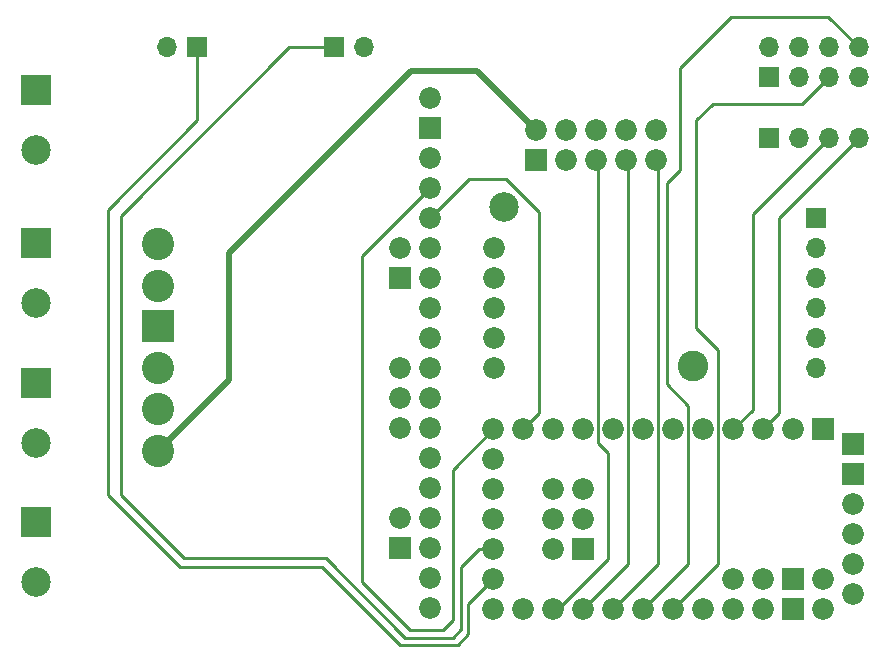
<source format=gbr>
%TF.GenerationSoftware,KiCad,Pcbnew,(6.0.0-0)*%
%TF.CreationDate,2022-03-11T16:39:32-05:00*%
%TF.ProjectId,Lifter-Board-Redone,4c696674-6572-42d4-926f-6172642d5265,rev?*%
%TF.SameCoordinates,Original*%
%TF.FileFunction,Copper,L2,Inr*%
%TF.FilePolarity,Positive*%
%FSLAX46Y46*%
G04 Gerber Fmt 4.6, Leading zero omitted, Abs format (unit mm)*
G04 Created by KiCad (PCBNEW (6.0.0-0)) date 2022-03-11 16:39:32*
%MOMM*%
%LPD*%
G01*
G04 APERTURE LIST*
%TA.AperFunction,ComponentPad*%
%ADD10R,2.500000X2.500000*%
%TD*%
%TA.AperFunction,ComponentPad*%
%ADD11C,2.500000*%
%TD*%
%TA.AperFunction,ComponentPad*%
%ADD12C,1.836000*%
%TD*%
%TA.AperFunction,ComponentPad*%
%ADD13C,2.600000*%
%TD*%
%TA.AperFunction,ComponentPad*%
%ADD14R,1.700000X1.700000*%
%TD*%
%TA.AperFunction,ComponentPad*%
%ADD15O,1.700000X1.700000*%
%TD*%
%TA.AperFunction,ComponentPad*%
%ADD16R,1.836000X1.836000*%
%TD*%
%TA.AperFunction,ComponentPad*%
%ADD17C,2.736000*%
%TD*%
%TA.AperFunction,ComponentPad*%
%ADD18R,2.736000X2.736000*%
%TD*%
%TA.AperFunction,Conductor*%
%ADD19C,0.250000*%
%TD*%
%TA.AperFunction,Conductor*%
%ADD20C,0.500000*%
%TD*%
G04 APERTURE END LIST*
D10*
%TO.N,GND*%
%TO.C,J2*%
X88000000Y-60650000D03*
D11*
%TO.N,5V*%
X88000000Y-65730000D03*
%TD*%
D10*
%TO.N,GND*%
%TO.C,J1*%
X88000000Y-47700000D03*
D11*
%TO.N,12V*%
X88000000Y-52780000D03*
%TD*%
D12*
%TO.N,unconnected-(U1-PadEN)*%
%TO.C,U1*%
X126770000Y-61080000D03*
%TO.N,GND*%
X126770000Y-66160000D03*
X126770000Y-68700000D03*
D11*
%TO.N,N/C*%
X127600000Y-57550000D03*
D13*
X143600000Y-71050000D03*
D12*
%TO.N,12V*%
X126770000Y-63620000D03*
%TO.N,5V*%
X126770000Y-71240000D03*
%TD*%
D14*
%TO.N,LFT_BOT*%
%TO.C,J7*%
X113215000Y-44030000D03*
D15*
%TO.N,GND*%
X115755000Y-44030000D03*
%TD*%
D12*
%TO.N,LFT_ENA*%
%TO.C,J$1*%
X144490000Y-76370000D03*
%TO.N,RTR_ENA*%
X141950000Y-76370000D03*
%TO.N,LFT_ENB*%
X139410000Y-76370000D03*
%TO.N,RTR_ENB*%
X136870000Y-76370000D03*
%TO.N,RTR_LIMIT*%
X134330000Y-76370000D03*
%TO.N,M1PWM2*%
X131790000Y-76370000D03*
%TO.N,M1IN1*%
X129250000Y-76370000D03*
%TO.N,M1IN2*%
X126710000Y-76370000D03*
%TO.N,M2PWM2*%
X126710000Y-78910000D03*
%TO.N,M2IN1*%
X126710000Y-81450000D03*
%TO.N,M2IN2*%
X126710000Y-83990000D03*
%TO.N,MOTOR_EN*%
X126710000Y-91610000D03*
%TO.N,M1FB*%
X129250000Y-91610000D03*
%TO.N,LKIT_A*%
X131790000Y-91610000D03*
%TO.N,LKIT_B*%
X134330000Y-91610000D03*
%TO.N,LKIT_C*%
X136870000Y-91610000D03*
%TO.N,SDA*%
X139410000Y-91610000D03*
%TO.N,SCL*%
X141950000Y-91610000D03*
%TO.N,M2FB*%
X144490000Y-91610000D03*
%TO.N,M1SF*%
X147030000Y-91610000D03*
%TO.N,LFT_BOT*%
X126710000Y-86530000D03*
%TO.N,LFT_TOP*%
X126710000Y-89070000D03*
%TO.N,unconnected-(J$1-PadAREF)*%
X147030000Y-89070000D03*
%TO.N,12V*%
X154650000Y-91610000D03*
%TO.N,unconnected-(J$1-PadDTR)*%
X157190000Y-90340000D03*
D16*
%TO.N,GND*%
X154650000Y-76370000D03*
%TO.N,unconnected-(J$1-PadGND1)*%
X157190000Y-80180000D03*
%TO.N,unconnected-(J$1-PadGND2)*%
X157190000Y-77640000D03*
%TO.N,unconnected-(J$1-PadGND3)*%
X152110000Y-89070000D03*
%TO.N,GND*%
X152110000Y-91610000D03*
%TO.N,unconnected-(J$1-PadGND5)*%
X134330000Y-86530000D03*
D12*
%TO.N,unconnected-(J$1-PadMISO)*%
X131790000Y-81450000D03*
%TO.N,unconnected-(J$1-PadMOSI)*%
X134330000Y-83990000D03*
%TO.N,unconnected-(J$1-PadRESET1)*%
X152110000Y-76370000D03*
%TO.N,unconnected-(J$1-PadRESET2)*%
X131790000Y-86530000D03*
%TO.N,RX*%
X149570000Y-76370000D03*
%TO.N,unconnected-(J$1-PadRXD0_1)*%
X157190000Y-85260000D03*
%TO.N,unconnected-(J$1-PadSCK)*%
X131790000Y-83990000D03*
%TO.N,TX*%
X147030000Y-76370000D03*
%TO.N,unconnected-(J$1-PadTXD0_1)*%
X157190000Y-87800000D03*
%TO.N,unconnected-(J$1-PadVCC1)*%
X149570000Y-89070000D03*
%TO.N,unconnected-(J$1-PadVCC2)*%
X149570000Y-91610000D03*
%TO.N,unconnected-(J$1-PadVCC3)*%
X134330000Y-81450000D03*
%TO.N,unconnected-(J$1-PadVCCIN)*%
X157190000Y-82720000D03*
%TO.N,unconnected-(J$1-PadVIN)*%
X154650000Y-89070000D03*
%TD*%
D14*
%TO.N,LFT_TOP*%
%TO.C,J8*%
X101675000Y-44030000D03*
D15*
%TO.N,GND*%
X99135000Y-44030000D03*
%TD*%
D14*
%TO.N,GND*%
%TO.C,J9*%
X150030000Y-51720000D03*
D15*
%TO.N,5V*%
X152570000Y-51720000D03*
%TO.N,TX*%
X155110000Y-51720000D03*
%TO.N,RX*%
X157650000Y-51720000D03*
%TD*%
D10*
%TO.N,GND*%
%TO.C,J4*%
X88000000Y-84270000D03*
D11*
%TO.N,5V*%
X88000000Y-89350000D03*
%TD*%
D14*
%TO.N,LFT_ENB*%
%TO.C,Lifter1*%
X154040000Y-58460000D03*
D15*
%TO.N,LFT_ENA*%
X154040000Y-61000000D03*
%TO.N,5V*%
X154040000Y-63540000D03*
%TO.N,GND*%
X154040000Y-66080000D03*
%TO.N,LMOT1*%
X154040000Y-68620000D03*
%TO.N,LMOT2*%
X154040000Y-71160000D03*
%TD*%
D14*
%TO.N,GND*%
%TO.C,J6*%
X150030000Y-46575000D03*
D15*
X150030000Y-44035000D03*
%TO.N,5V*%
X152570000Y-46575000D03*
X152570000Y-44035000D03*
%TO.N,SCL*%
X155110000Y-46575000D03*
X155110000Y-44035000D03*
%TO.N,SDA*%
X157650000Y-46575000D03*
X157650000Y-44035000D03*
%TD*%
D10*
%TO.N,GND*%
%TO.C,J3*%
X88000000Y-72460000D03*
D11*
%TO.N,5V*%
X88000000Y-77540000D03*
%TD*%
D16*
%TO.N,RMOT1*%
%TO.C,J5*%
X130333250Y-53563500D03*
D12*
%TO.N,RMOT2*%
X130333250Y-51023500D03*
%TO.N,GND*%
X132873250Y-53563500D03*
%TO.N,5V*%
X132873250Y-51023500D03*
%TO.N,LKIT_A*%
X135413250Y-53563500D03*
%TO.N,RTR_LIMIT*%
X135413250Y-51023500D03*
%TO.N,LKIT_B*%
X137953250Y-53563500D03*
%TO.N,RTR_ENA*%
X137953250Y-51023500D03*
%TO.N,LKIT_C*%
X140493250Y-53563500D03*
%TO.N,RTR_ENB*%
X140493250Y-51023500D03*
%TD*%
%TO.N,MOTOR_EN*%
%TO.C,U$1*%
X121370000Y-71226500D03*
D16*
%TO.N,GND*%
X121370000Y-50906500D03*
X118830000Y-86466500D03*
X118830000Y-63606500D03*
D12*
%TO.N,unconnected-(U$1-PadINV)*%
X121370000Y-76306500D03*
%TO.N,M1FB*%
X121370000Y-68686500D03*
%TO.N,M1IN1*%
X121370000Y-58526500D03*
%TO.N,M1IN2*%
X121370000Y-55986500D03*
D17*
%TO.N,LMOT1*%
X98332200Y-60736300D03*
%TO.N,LMOT2*%
X98332200Y-64241500D03*
D12*
%TO.N,GND*%
X121370000Y-63606500D03*
%TO.N,M1PWM2*%
X121370000Y-61066500D03*
%TO.N,M1SF*%
X121370000Y-66146500D03*
%TO.N,M2FB*%
X121370000Y-91546500D03*
%TO.N,M2IN1*%
X121370000Y-81386500D03*
%TO.N,M2IN2*%
X121370000Y-78846500D03*
D17*
%TO.N,RMOT1*%
X98332200Y-74706300D03*
%TO.N,RMOT2*%
X98332200Y-78211500D03*
D12*
%TO.N,GND*%
X121370000Y-86466500D03*
%TO.N,M2PWM2*%
X121370000Y-83926500D03*
%TO.N,unconnected-(U$1-PadM2SF)*%
X121370000Y-89006500D03*
D18*
%TO.N,GND*%
X98332200Y-67670500D03*
D17*
%TO.N,12V*%
X98332200Y-71175700D03*
D12*
%TO.N,unconnected-(U$1-PadSLEW)*%
X121370000Y-73766500D03*
%TO.N,5V*%
X121370000Y-53446500D03*
X118830000Y-83926500D03*
X118830000Y-76306500D03*
X118830000Y-73766500D03*
X118830000Y-71226500D03*
X118830000Y-61066500D03*
%TO.N,12V*%
X121370000Y-48366500D03*
%TD*%
D19*
%TO.N,M1IN1*%
X124706500Y-55190000D02*
X127790000Y-55190000D01*
X127790000Y-55190000D02*
X130610000Y-58010000D01*
X130610000Y-75010000D02*
X129250000Y-76370000D01*
X130610000Y-58010000D02*
X130610000Y-75010000D01*
X121370000Y-58526500D02*
X124706500Y-55190000D01*
%TO.N,M1IN2*%
X123270000Y-79810000D02*
X126710000Y-76370000D01*
X115610000Y-89310000D02*
X119670000Y-93370000D01*
X122470000Y-93370000D02*
X123270000Y-92570000D01*
X115610000Y-61746500D02*
X115610000Y-89310000D01*
X121370000Y-55986500D02*
X115610000Y-61746500D01*
X123270000Y-92570000D02*
X123270000Y-79810000D01*
X119670000Y-93370000D02*
X122470000Y-93370000D01*
%TO.N,LKIT_A*%
X135610000Y-53760250D02*
X135413250Y-53563500D01*
X136410000Y-87410000D02*
X136410000Y-78380000D01*
X135610000Y-77580000D02*
X135610000Y-53760250D01*
X132210000Y-91610000D02*
X136410000Y-87410000D01*
X136410000Y-78380000D02*
X135610000Y-77580000D01*
X131790000Y-91610000D02*
X132210000Y-91610000D01*
%TO.N,LKIT_B*%
X134330000Y-91610000D02*
X138140000Y-87800000D01*
X138140000Y-87800000D02*
X138140000Y-53750250D01*
X138140000Y-53750250D02*
X137953250Y-53563500D01*
%TO.N,LKIT_C*%
X140652511Y-53722761D02*
X140652511Y-87827489D01*
X140652511Y-87827489D02*
X136870000Y-91610000D01*
X140493250Y-53563500D02*
X140652511Y-53722761D01*
%TO.N,SDA*%
X141410000Y-55520000D02*
X142530000Y-54400000D01*
X143247489Y-74397489D02*
X141410000Y-72560000D01*
X146820000Y-41470000D02*
X155085000Y-41470000D01*
X155085000Y-41470000D02*
X157650000Y-44035000D01*
X142530000Y-45760000D02*
X146820000Y-41470000D01*
X139410000Y-91610000D02*
X143247489Y-87772511D01*
X143247489Y-87772511D02*
X143247489Y-74397489D01*
X142530000Y-54400000D02*
X142530000Y-45760000D01*
X141410000Y-72560000D02*
X141410000Y-55520000D01*
%TO.N,SCL*%
X152835000Y-48850000D02*
X145310000Y-48850000D01*
X145310000Y-48850000D02*
X143920000Y-50240000D01*
X155110000Y-46575000D02*
X152835000Y-48850000D01*
X143920000Y-50240000D02*
X143920000Y-67830000D01*
X145732511Y-69642511D02*
X145732511Y-87827489D01*
X143920000Y-67830000D02*
X145732511Y-69642511D01*
X145732511Y-87827489D02*
X141950000Y-91610000D01*
%TO.N,LFT_TOP*%
X124619520Y-91160480D02*
X124619520Y-93750480D01*
X118800000Y-94630000D02*
X112250000Y-88080000D01*
X124619520Y-93750480D02*
X123740000Y-94630000D01*
X94070000Y-81930000D02*
X94070000Y-57800000D01*
X126710000Y-89070000D02*
X124619520Y-91160480D01*
X112250000Y-88080000D02*
X100220000Y-88080000D01*
X123740000Y-94630000D02*
X118800000Y-94630000D01*
X94070000Y-57800000D02*
X101675000Y-50195000D01*
X101675000Y-50195000D02*
X101675000Y-44030000D01*
X100220000Y-88080000D02*
X94070000Y-81930000D01*
%TO.N,LFT_BOT*%
X125540000Y-86530000D02*
X126710000Y-86530000D01*
X119270000Y-94040000D02*
X123300000Y-94040000D01*
X124010000Y-88060000D02*
X125540000Y-86530000D01*
X124010000Y-93330000D02*
X124010000Y-88060000D01*
X95160000Y-81930000D02*
X100520000Y-87290000D01*
X95160000Y-58330000D02*
X95160000Y-81930000D01*
X109460000Y-44030000D02*
X95160000Y-58330000D01*
X123300000Y-94040000D02*
X124010000Y-93330000D01*
X113215000Y-44030000D02*
X109460000Y-44030000D01*
X112520000Y-87290000D02*
X119270000Y-94040000D01*
X100520000Y-87290000D02*
X112520000Y-87290000D01*
%TO.N,RX*%
X150910000Y-58460000D02*
X150910000Y-75030000D01*
X157650000Y-51720000D02*
X150910000Y-58460000D01*
X150910000Y-75030000D02*
X149570000Y-76370000D01*
%TO.N,TX*%
X148670000Y-74730000D02*
X147030000Y-76370000D01*
X155110000Y-51720000D02*
X148670000Y-58160000D01*
X148670000Y-58160000D02*
X148670000Y-74730000D01*
D20*
%TO.N,RMOT2*%
X98332200Y-78211500D02*
X104330000Y-72213700D01*
X119760000Y-46070000D02*
X125379750Y-46070000D01*
X104330000Y-61500000D02*
X119760000Y-46070000D01*
X125379750Y-46070000D02*
X130333250Y-51023500D01*
X104330000Y-72213700D02*
X104330000Y-61500000D01*
%TD*%
M02*

</source>
